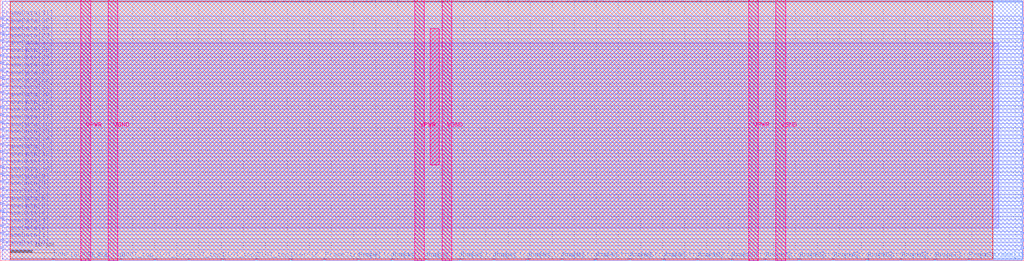
<source format=lef>
VERSION 5.7 ;
  NOWIREEXTENSIONATPIN ON ;
  DIVIDERCHAR "/" ;
  BUSBITCHARS "[]" ;
MACRO S_WARMBOOT
  CLASS BLOCK ;
  FOREIGN S_WARMBOOT ;
  ORIGIN 0.000 0.000 ;
  SIZE 231.840 BY 59.220 ;
  PIN BOOT_top
    DIRECTION OUTPUT ;
    USE SIGNAL ;
    ANTENNADIFFAREA 0.654800 ;
    PORT
      LAYER Metal3 ;
        RECT 27.160 0.000 27.560 0.400 ;
    END
  END BOOT_top
  PIN CONFIGURED_top
    DIRECTION INPUT ;
    USE SIGNAL ;
    ANTENNAGATEAREA 0.180700 ;
    PORT
      LAYER Metal3 ;
        RECT 11.800 0.000 12.200 0.400 ;
    END
  END CONFIGURED_top
  PIN Co
    DIRECTION OUTPUT ;
    USE SIGNAL ;
    ANTENNADIFFAREA 0.299200 ;
    PORT
      LAYER Metal3 ;
        RECT 104.920 58.820 105.320 59.220 ;
    END
  END Co
  PIN FrameData[0]
    DIRECTION INPUT ;
    USE SIGNAL ;
    ANTENNAGATEAREA 2.614300 ;
    ANTENNADIFFAREA 8.061600 ;
    PORT
      LAYER Metal2 ;
        RECT 0.000 2.740 0.450 3.140 ;
    END
  END FrameData[0]
  PIN FrameData[10]
    DIRECTION INPUT ;
    USE SIGNAL ;
    ANTENNAGATEAREA 6.264700 ;
    ANTENNADIFFAREA 20.153999 ;
    PORT
      LAYER Metal2 ;
        RECT 0.000 19.540 0.450 19.940 ;
    END
  END FrameData[10]
  PIN FrameData[11]
    DIRECTION INPUT ;
    USE SIGNAL ;
    ANTENNAGATEAREA 6.264700 ;
    ANTENNADIFFAREA 20.153999 ;
    PORT
      LAYER Metal2 ;
        RECT 0.000 21.220 0.450 21.620 ;
    END
  END FrameData[11]
  PIN FrameData[12]
    DIRECTION INPUT ;
    USE SIGNAL ;
    ANTENNAGATEAREA 1.397500 ;
    ANTENNADIFFAREA 4.030800 ;
    PORT
      LAYER Metal2 ;
        RECT 0.000 22.900 0.450 23.300 ;
    END
  END FrameData[12]
  PIN FrameData[13]
    DIRECTION INPUT ;
    USE SIGNAL ;
    ANTENNAGATEAREA 0.180700 ;
    PORT
      LAYER Metal2 ;
        RECT 0.000 24.580 0.450 24.980 ;
    END
  END FrameData[13]
  PIN FrameData[14]
    DIRECTION INPUT ;
    USE SIGNAL ;
    ANTENNAGATEAREA 0.180700 ;
    PORT
      LAYER Metal2 ;
        RECT 0.000 26.260 0.450 26.660 ;
    END
  END FrameData[14]
  PIN FrameData[15]
    DIRECTION INPUT ;
    USE SIGNAL ;
    ANTENNAGATEAREA 0.180700 ;
    PORT
      LAYER Metal2 ;
        RECT 0.000 27.940 0.450 28.340 ;
    END
  END FrameData[15]
  PIN FrameData[16]
    DIRECTION INPUT ;
    USE SIGNAL ;
    ANTENNAGATEAREA 0.180700 ;
    PORT
      LAYER Metal2 ;
        RECT 0.000 29.620 0.450 30.020 ;
    END
  END FrameData[16]
  PIN FrameData[17]
    DIRECTION INPUT ;
    USE SIGNAL ;
    ANTENNAGATEAREA 0.180700 ;
    PORT
      LAYER Metal2 ;
        RECT 0.000 31.300 0.450 31.700 ;
    END
  END FrameData[17]
  PIN FrameData[18]
    DIRECTION INPUT ;
    USE SIGNAL ;
    ANTENNAGATEAREA 0.180700 ;
    PORT
      LAYER Metal2 ;
        RECT 0.000 32.980 0.450 33.380 ;
    END
  END FrameData[18]
  PIN FrameData[19]
    DIRECTION INPUT ;
    USE SIGNAL ;
    ANTENNAGATEAREA 0.180700 ;
    PORT
      LAYER Metal2 ;
        RECT 0.000 34.660 0.450 35.060 ;
    END
  END FrameData[19]
  PIN FrameData[1]
    DIRECTION INPUT ;
    USE SIGNAL ;
    ANTENNAGATEAREA 0.180700 ;
    PORT
      LAYER Metal2 ;
        RECT 0.000 4.420 0.450 4.820 ;
    END
  END FrameData[1]
  PIN FrameData[20]
    DIRECTION INPUT ;
    USE SIGNAL ;
    ANTENNAGATEAREA 0.180700 ;
    PORT
      LAYER Metal2 ;
        RECT 0.000 36.340 0.450 36.740 ;
    END
  END FrameData[20]
  PIN FrameData[21]
    DIRECTION INPUT ;
    USE SIGNAL ;
    ANTENNAGATEAREA 0.180700 ;
    PORT
      LAYER Metal2 ;
        RECT 0.000 38.020 0.450 38.420 ;
    END
  END FrameData[21]
  PIN FrameData[22]
    DIRECTION INPUT ;
    USE SIGNAL ;
    ANTENNAGATEAREA 0.180700 ;
    PORT
      LAYER Metal2 ;
        RECT 0.000 39.700 0.450 40.100 ;
    END
  END FrameData[22]
  PIN FrameData[23]
    DIRECTION INPUT ;
    USE SIGNAL ;
    ANTENNAGATEAREA 0.180700 ;
    PORT
      LAYER Metal2 ;
        RECT 0.000 41.380 0.450 41.780 ;
    END
  END FrameData[23]
  PIN FrameData[24]
    DIRECTION INPUT ;
    USE SIGNAL ;
    ANTENNAGATEAREA 0.180700 ;
    PORT
      LAYER Metal2 ;
        RECT 0.000 43.060 0.450 43.460 ;
    END
  END FrameData[24]
  PIN FrameData[25]
    DIRECTION INPUT ;
    USE SIGNAL ;
    ANTENNAGATEAREA 0.180700 ;
    PORT
      LAYER Metal2 ;
        RECT 0.000 44.740 0.450 45.140 ;
    END
  END FrameData[25]
  PIN FrameData[26]
    DIRECTION INPUT ;
    USE SIGNAL ;
    ANTENNAGATEAREA 0.180700 ;
    PORT
      LAYER Metal2 ;
        RECT 0.000 46.420 0.450 46.820 ;
    END
  END FrameData[26]
  PIN FrameData[27]
    DIRECTION INPUT ;
    USE SIGNAL ;
    ANTENNAGATEAREA 0.180700 ;
    PORT
      LAYER Metal2 ;
        RECT 0.000 48.100 0.450 48.500 ;
    END
  END FrameData[27]
  PIN FrameData[28]
    DIRECTION INPUT ;
    USE SIGNAL ;
    ANTENNAGATEAREA 0.180700 ;
    PORT
      LAYER Metal2 ;
        RECT 0.000 49.780 0.450 50.180 ;
    END
  END FrameData[28]
  PIN FrameData[29]
    DIRECTION INPUT ;
    USE SIGNAL ;
    ANTENNAGATEAREA 0.180700 ;
    PORT
      LAYER Metal2 ;
        RECT 0.000 51.460 0.450 51.860 ;
    END
  END FrameData[29]
  PIN FrameData[2]
    DIRECTION INPUT ;
    USE SIGNAL ;
    ANTENNAGATEAREA 0.789100 ;
    ANTENNADIFFAREA 2.015400 ;
    PORT
      LAYER Metal2 ;
        RECT 0.000 6.100 0.450 6.500 ;
    END
  END FrameData[2]
  PIN FrameData[30]
    DIRECTION INPUT ;
    USE SIGNAL ;
    ANTENNAGATEAREA 0.180700 ;
    PORT
      LAYER Metal2 ;
        RECT 0.000 53.140 0.450 53.540 ;
    END
  END FrameData[30]
  PIN FrameData[31]
    DIRECTION INPUT ;
    USE SIGNAL ;
    ANTENNAGATEAREA 0.180700 ;
    PORT
      LAYER Metal2 ;
        RECT 0.000 54.820 0.450 55.220 ;
    END
  END FrameData[31]
  PIN FrameData[3]
    DIRECTION INPUT ;
    USE SIGNAL ;
    ANTENNAGATEAREA 0.789100 ;
    ANTENNADIFFAREA 2.015400 ;
    PORT
      LAYER Metal2 ;
        RECT 0.000 7.780 0.450 8.180 ;
    END
  END FrameData[3]
  PIN FrameData[4]
    DIRECTION INPUT ;
    USE SIGNAL ;
    ANTENNAGATEAREA 2.614300 ;
    ANTENNADIFFAREA 8.061600 ;
    PORT
      LAYER Metal2 ;
        RECT 0.000 9.460 0.450 9.860 ;
    END
  END FrameData[4]
  PIN FrameData[5]
    DIRECTION INPUT ;
    USE SIGNAL ;
    ANTENNAGATEAREA 0.789100 ;
    ANTENNADIFFAREA 2.015400 ;
    PORT
      LAYER Metal2 ;
        RECT 0.000 11.140 0.450 11.540 ;
    END
  END FrameData[5]
  PIN FrameData[6]
    DIRECTION INPUT ;
    USE SIGNAL ;
    ANTENNAGATEAREA 5.047900 ;
    ANTENNADIFFAREA 16.123199 ;
    PORT
      LAYER Metal2 ;
        RECT 0.000 12.820 0.450 13.220 ;
    END
  END FrameData[6]
  PIN FrameData[7]
    DIRECTION INPUT ;
    USE SIGNAL ;
    ANTENNAGATEAREA 1.397500 ;
    ANTENNADIFFAREA 4.030800 ;
    PORT
      LAYER Metal2 ;
        RECT 0.000 14.500 0.450 14.900 ;
    END
  END FrameData[7]
  PIN FrameData[8]
    DIRECTION INPUT ;
    USE SIGNAL ;
    ANTENNAGATEAREA 0.180700 ;
    PORT
      LAYER Metal2 ;
        RECT 0.000 16.180 0.450 16.580 ;
    END
  END FrameData[8]
  PIN FrameData[9]
    DIRECTION INPUT ;
    USE SIGNAL ;
    ANTENNAGATEAREA 1.397500 ;
    ANTENNADIFFAREA 4.030800 ;
    PORT
      LAYER Metal2 ;
        RECT 0.000 17.860 0.450 18.260 ;
    END
  END FrameData[9]
  PIN FrameData_O[0]
    DIRECTION OUTPUT ;
    USE SIGNAL ;
    ANTENNADIFFAREA 0.654800 ;
    PORT
      LAYER Metal2 ;
        RECT 231.390 2.740 231.840 3.140 ;
    END
  END FrameData_O[0]
  PIN FrameData_O[10]
    DIRECTION OUTPUT ;
    USE SIGNAL ;
    ANTENNADIFFAREA 0.654800 ;
    PORT
      LAYER Metal2 ;
        RECT 231.390 19.540 231.840 19.940 ;
    END
  END FrameData_O[10]
  PIN FrameData_O[11]
    DIRECTION OUTPUT ;
    USE SIGNAL ;
    ANTENNADIFFAREA 0.654800 ;
    PORT
      LAYER Metal2 ;
        RECT 231.390 21.220 231.840 21.620 ;
    END
  END FrameData_O[11]
  PIN FrameData_O[12]
    DIRECTION OUTPUT ;
    USE SIGNAL ;
    ANTENNADIFFAREA 0.654800 ;
    PORT
      LAYER Metal2 ;
        RECT 231.390 22.900 231.840 23.300 ;
    END
  END FrameData_O[12]
  PIN FrameData_O[13]
    DIRECTION OUTPUT ;
    USE SIGNAL ;
    ANTENNADIFFAREA 0.654800 ;
    PORT
      LAYER Metal2 ;
        RECT 231.390 24.580 231.840 24.980 ;
    END
  END FrameData_O[13]
  PIN FrameData_O[14]
    DIRECTION OUTPUT ;
    USE SIGNAL ;
    ANTENNADIFFAREA 0.654800 ;
    PORT
      LAYER Metal2 ;
        RECT 231.390 26.260 231.840 26.660 ;
    END
  END FrameData_O[14]
  PIN FrameData_O[15]
    DIRECTION OUTPUT ;
    USE SIGNAL ;
    ANTENNADIFFAREA 0.654800 ;
    PORT
      LAYER Metal2 ;
        RECT 231.390 27.940 231.840 28.340 ;
    END
  END FrameData_O[15]
  PIN FrameData_O[16]
    DIRECTION OUTPUT ;
    USE SIGNAL ;
    ANTENNADIFFAREA 0.654800 ;
    PORT
      LAYER Metal2 ;
        RECT 231.390 29.620 231.840 30.020 ;
    END
  END FrameData_O[16]
  PIN FrameData_O[17]
    DIRECTION OUTPUT ;
    USE SIGNAL ;
    ANTENNADIFFAREA 0.654800 ;
    PORT
      LAYER Metal2 ;
        RECT 231.390 31.300 231.840 31.700 ;
    END
  END FrameData_O[17]
  PIN FrameData_O[18]
    DIRECTION OUTPUT ;
    USE SIGNAL ;
    ANTENNADIFFAREA 0.654800 ;
    PORT
      LAYER Metal2 ;
        RECT 231.390 32.980 231.840 33.380 ;
    END
  END FrameData_O[18]
  PIN FrameData_O[19]
    DIRECTION OUTPUT ;
    USE SIGNAL ;
    ANTENNADIFFAREA 0.654800 ;
    PORT
      LAYER Metal2 ;
        RECT 231.390 34.660 231.840 35.060 ;
    END
  END FrameData_O[19]
  PIN FrameData_O[1]
    DIRECTION OUTPUT ;
    USE SIGNAL ;
    ANTENNADIFFAREA 0.654800 ;
    PORT
      LAYER Metal2 ;
        RECT 231.390 4.420 231.840 4.820 ;
    END
  END FrameData_O[1]
  PIN FrameData_O[20]
    DIRECTION OUTPUT ;
    USE SIGNAL ;
    ANTENNADIFFAREA 0.654800 ;
    PORT
      LAYER Metal2 ;
        RECT 231.390 36.340 231.840 36.740 ;
    END
  END FrameData_O[20]
  PIN FrameData_O[21]
    DIRECTION OUTPUT ;
    USE SIGNAL ;
    ANTENNADIFFAREA 0.654800 ;
    PORT
      LAYER Metal2 ;
        RECT 231.390 38.020 231.840 38.420 ;
    END
  END FrameData_O[21]
  PIN FrameData_O[22]
    DIRECTION OUTPUT ;
    USE SIGNAL ;
    ANTENNADIFFAREA 0.654800 ;
    PORT
      LAYER Metal2 ;
        RECT 231.390 39.700 231.840 40.100 ;
    END
  END FrameData_O[22]
  PIN FrameData_O[23]
    DIRECTION OUTPUT ;
    USE SIGNAL ;
    ANTENNADIFFAREA 0.654800 ;
    PORT
      LAYER Metal2 ;
        RECT 231.390 41.380 231.840 41.780 ;
    END
  END FrameData_O[23]
  PIN FrameData_O[24]
    DIRECTION OUTPUT ;
    USE SIGNAL ;
    ANTENNADIFFAREA 0.654800 ;
    PORT
      LAYER Metal2 ;
        RECT 231.390 43.060 231.840 43.460 ;
    END
  END FrameData_O[24]
  PIN FrameData_O[25]
    DIRECTION OUTPUT ;
    USE SIGNAL ;
    ANTENNADIFFAREA 0.654800 ;
    PORT
      LAYER Metal2 ;
        RECT 231.390 44.740 231.840 45.140 ;
    END
  END FrameData_O[25]
  PIN FrameData_O[26]
    DIRECTION OUTPUT ;
    USE SIGNAL ;
    ANTENNADIFFAREA 0.654800 ;
    PORT
      LAYER Metal2 ;
        RECT 231.390 46.420 231.840 46.820 ;
    END
  END FrameData_O[26]
  PIN FrameData_O[27]
    DIRECTION OUTPUT ;
    USE SIGNAL ;
    ANTENNADIFFAREA 0.654800 ;
    PORT
      LAYER Metal2 ;
        RECT 231.390 48.100 231.840 48.500 ;
    END
  END FrameData_O[27]
  PIN FrameData_O[28]
    DIRECTION OUTPUT ;
    USE SIGNAL ;
    ANTENNADIFFAREA 0.654800 ;
    PORT
      LAYER Metal2 ;
        RECT 231.390 49.780 231.840 50.180 ;
    END
  END FrameData_O[28]
  PIN FrameData_O[29]
    DIRECTION OUTPUT ;
    USE SIGNAL ;
    ANTENNADIFFAREA 0.654800 ;
    PORT
      LAYER Metal2 ;
        RECT 231.390 51.460 231.840 51.860 ;
    END
  END FrameData_O[29]
  PIN FrameData_O[2]
    DIRECTION OUTPUT ;
    USE SIGNAL ;
    ANTENNADIFFAREA 0.654800 ;
    PORT
      LAYER Metal2 ;
        RECT 231.390 6.100 231.840 6.500 ;
    END
  END FrameData_O[2]
  PIN FrameData_O[30]
    DIRECTION OUTPUT ;
    USE SIGNAL ;
    ANTENNADIFFAREA 0.654800 ;
    PORT
      LAYER Metal2 ;
        RECT 231.390 53.140 231.840 53.540 ;
    END
  END FrameData_O[30]
  PIN FrameData_O[31]
    DIRECTION OUTPUT ;
    USE SIGNAL ;
    ANTENNADIFFAREA 0.654800 ;
    PORT
      LAYER Metal2 ;
        RECT 231.390 54.820 231.840 55.220 ;
    END
  END FrameData_O[31]
  PIN FrameData_O[3]
    DIRECTION OUTPUT ;
    USE SIGNAL ;
    ANTENNADIFFAREA 0.654800 ;
    PORT
      LAYER Metal2 ;
        RECT 231.390 7.780 231.840 8.180 ;
    END
  END FrameData_O[3]
  PIN FrameData_O[4]
    DIRECTION OUTPUT ;
    USE SIGNAL ;
    ANTENNADIFFAREA 0.654800 ;
    PORT
      LAYER Metal2 ;
        RECT 231.390 9.460 231.840 9.860 ;
    END
  END FrameData_O[4]
  PIN FrameData_O[5]
    DIRECTION OUTPUT ;
    USE SIGNAL ;
    ANTENNADIFFAREA 0.654800 ;
    PORT
      LAYER Metal2 ;
        RECT 231.390 11.140 231.840 11.540 ;
    END
  END FrameData_O[5]
  PIN FrameData_O[6]
    DIRECTION OUTPUT ;
    USE SIGNAL ;
    ANTENNADIFFAREA 0.654800 ;
    PORT
      LAYER Metal2 ;
        RECT 231.390 12.820 231.840 13.220 ;
    END
  END FrameData_O[6]
  PIN FrameData_O[7]
    DIRECTION OUTPUT ;
    USE SIGNAL ;
    ANTENNADIFFAREA 0.654800 ;
    PORT
      LAYER Metal2 ;
        RECT 231.390 14.500 231.840 14.900 ;
    END
  END FrameData_O[7]
  PIN FrameData_O[8]
    DIRECTION OUTPUT ;
    USE SIGNAL ;
    ANTENNADIFFAREA 0.654800 ;
    PORT
      LAYER Metal2 ;
        RECT 231.390 16.180 231.840 16.580 ;
    END
  END FrameData_O[8]
  PIN FrameData_O[9]
    DIRECTION OUTPUT ;
    USE SIGNAL ;
    ANTENNADIFFAREA 0.654800 ;
    PORT
      LAYER Metal2 ;
        RECT 231.390 17.860 231.840 18.260 ;
    END
  END FrameData_O[9]
  PIN FrameStrobe[0]
    DIRECTION INPUT ;
    USE SIGNAL ;
    ANTENNAGATEAREA 0.180700 ;
    PORT
      LAYER Metal3 ;
        RECT 73.240 0.000 73.640 0.400 ;
    END
  END FrameStrobe[0]
  PIN FrameStrobe[10]
    DIRECTION INPUT ;
    USE SIGNAL ;
    ANTENNAGATEAREA 0.180700 ;
    PORT
      LAYER Metal3 ;
        RECT 150.040 0.000 150.440 0.400 ;
    END
  END FrameStrobe[10]
  PIN FrameStrobe[11]
    DIRECTION INPUT ;
    USE SIGNAL ;
    ANTENNAGATEAREA 0.180700 ;
    PORT
      LAYER Metal3 ;
        RECT 157.720 0.000 158.120 0.400 ;
    END
  END FrameStrobe[11]
  PIN FrameStrobe[12]
    DIRECTION INPUT ;
    USE SIGNAL ;
    ANTENNAGATEAREA 0.180700 ;
    PORT
      LAYER Metal3 ;
        RECT 165.400 0.000 165.800 0.400 ;
    END
  END FrameStrobe[12]
  PIN FrameStrobe[13]
    DIRECTION INPUT ;
    USE SIGNAL ;
    ANTENNAGATEAREA 0.180700 ;
    PORT
      LAYER Metal3 ;
        RECT 173.080 0.000 173.480 0.400 ;
    END
  END FrameStrobe[13]
  PIN FrameStrobe[14]
    DIRECTION INPUT ;
    USE SIGNAL ;
    ANTENNAGATEAREA 0.180700 ;
    PORT
      LAYER Metal3 ;
        RECT 180.760 0.000 181.160 0.400 ;
    END
  END FrameStrobe[14]
  PIN FrameStrobe[15]
    DIRECTION INPUT ;
    USE SIGNAL ;
    ANTENNAGATEAREA 0.180700 ;
    PORT
      LAYER Metal3 ;
        RECT 188.440 0.000 188.840 0.400 ;
    END
  END FrameStrobe[15]
  PIN FrameStrobe[16]
    DIRECTION INPUT ;
    USE SIGNAL ;
    ANTENNAGATEAREA 0.180700 ;
    PORT
      LAYER Metal3 ;
        RECT 196.120 0.000 196.520 0.400 ;
    END
  END FrameStrobe[16]
  PIN FrameStrobe[17]
    DIRECTION INPUT ;
    USE SIGNAL ;
    ANTENNAGATEAREA 0.180700 ;
    PORT
      LAYER Metal3 ;
        RECT 203.800 0.000 204.200 0.400 ;
    END
  END FrameStrobe[17]
  PIN FrameStrobe[18]
    DIRECTION INPUT ;
    USE SIGNAL ;
    ANTENNAGATEAREA 0.180700 ;
    PORT
      LAYER Metal3 ;
        RECT 211.480 0.000 211.880 0.400 ;
    END
  END FrameStrobe[18]
  PIN FrameStrobe[19]
    DIRECTION INPUT ;
    USE SIGNAL ;
    ANTENNAGATEAREA 0.180700 ;
    PORT
      LAYER Metal3 ;
        RECT 219.160 0.000 219.560 0.400 ;
    END
  END FrameStrobe[19]
  PIN FrameStrobe[1]
    DIRECTION INPUT ;
    USE SIGNAL ;
    ANTENNAGATEAREA 0.180700 ;
    PORT
      LAYER Metal3 ;
        RECT 80.920 0.000 81.320 0.400 ;
    END
  END FrameStrobe[1]
  PIN FrameStrobe[2]
    DIRECTION INPUT ;
    USE SIGNAL ;
    ANTENNAGATEAREA 0.180700 ;
    PORT
      LAYER Metal3 ;
        RECT 88.600 0.000 89.000 0.400 ;
    END
  END FrameStrobe[2]
  PIN FrameStrobe[3]
    DIRECTION INPUT ;
    USE SIGNAL ;
    ANTENNAGATEAREA 0.180700 ;
    PORT
      LAYER Metal3 ;
        RECT 96.280 0.000 96.680 0.400 ;
    END
  END FrameStrobe[3]
  PIN FrameStrobe[4]
    DIRECTION INPUT ;
    USE SIGNAL ;
    ANTENNAGATEAREA 0.180700 ;
    PORT
      LAYER Metal3 ;
        RECT 103.960 0.000 104.360 0.400 ;
    END
  END FrameStrobe[4]
  PIN FrameStrobe[5]
    DIRECTION INPUT ;
    USE SIGNAL ;
    ANTENNAGATEAREA 0.180700 ;
    PORT
      LAYER Metal3 ;
        RECT 111.640 0.000 112.040 0.400 ;
    END
  END FrameStrobe[5]
  PIN FrameStrobe[6]
    DIRECTION INPUT ;
    USE SIGNAL ;
    ANTENNAGATEAREA 0.180700 ;
    PORT
      LAYER Metal3 ;
        RECT 119.320 0.000 119.720 0.400 ;
    END
  END FrameStrobe[6]
  PIN FrameStrobe[7]
    DIRECTION INPUT ;
    USE SIGNAL ;
    ANTENNAGATEAREA 0.180700 ;
    PORT
      LAYER Metal3 ;
        RECT 127.000 0.000 127.400 0.400 ;
    END
  END FrameStrobe[7]
  PIN FrameStrobe[8]
    DIRECTION INPUT ;
    USE SIGNAL ;
    ANTENNAGATEAREA 0.180700 ;
    PORT
      LAYER Metal3 ;
        RECT 134.680 0.000 135.080 0.400 ;
    END
  END FrameStrobe[8]
  PIN FrameStrobe[9]
    DIRECTION INPUT ;
    USE SIGNAL ;
    ANTENNAGATEAREA 0.180700 ;
    PORT
      LAYER Metal3 ;
        RECT 142.360 0.000 142.760 0.400 ;
    END
  END FrameStrobe[9]
  PIN FrameStrobe_O[0]
    DIRECTION OUTPUT ;
    USE SIGNAL ;
    ANTENNADIFFAREA 0.654800 ;
    PORT
      LAYER Metal3 ;
        RECT 156.760 58.820 157.160 59.220 ;
    END
  END FrameStrobe_O[0]
  PIN FrameStrobe_O[10]
    DIRECTION OUTPUT ;
    USE SIGNAL ;
    ANTENNADIFFAREA 0.654800 ;
    PORT
      LAYER Metal3 ;
        RECT 166.360 58.820 166.760 59.220 ;
    END
  END FrameStrobe_O[10]
  PIN FrameStrobe_O[11]
    DIRECTION OUTPUT ;
    USE SIGNAL ;
    ANTENNADIFFAREA 0.654800 ;
    PORT
      LAYER Metal3 ;
        RECT 167.320 58.820 167.720 59.220 ;
    END
  END FrameStrobe_O[11]
  PIN FrameStrobe_O[12]
    DIRECTION OUTPUT ;
    USE SIGNAL ;
    ANTENNADIFFAREA 0.654800 ;
    PORT
      LAYER Metal3 ;
        RECT 168.280 58.820 168.680 59.220 ;
    END
  END FrameStrobe_O[12]
  PIN FrameStrobe_O[13]
    DIRECTION OUTPUT ;
    USE SIGNAL ;
    ANTENNADIFFAREA 0.654800 ;
    PORT
      LAYER Metal3 ;
        RECT 169.240 58.820 169.640 59.220 ;
    END
  END FrameStrobe_O[13]
  PIN FrameStrobe_O[14]
    DIRECTION OUTPUT ;
    USE SIGNAL ;
    ANTENNADIFFAREA 0.654800 ;
    PORT
      LAYER Metal3 ;
        RECT 170.200 58.820 170.600 59.220 ;
    END
  END FrameStrobe_O[14]
  PIN FrameStrobe_O[15]
    DIRECTION OUTPUT ;
    USE SIGNAL ;
    ANTENNADIFFAREA 0.654800 ;
    PORT
      LAYER Metal3 ;
        RECT 171.160 58.820 171.560 59.220 ;
    END
  END FrameStrobe_O[15]
  PIN FrameStrobe_O[16]
    DIRECTION OUTPUT ;
    USE SIGNAL ;
    ANTENNADIFFAREA 0.654800 ;
    PORT
      LAYER Metal3 ;
        RECT 172.120 58.820 172.520 59.220 ;
    END
  END FrameStrobe_O[16]
  PIN FrameStrobe_O[17]
    DIRECTION OUTPUT ;
    USE SIGNAL ;
    ANTENNADIFFAREA 0.654800 ;
    PORT
      LAYER Metal3 ;
        RECT 173.080 58.820 173.480 59.220 ;
    END
  END FrameStrobe_O[17]
  PIN FrameStrobe_O[18]
    DIRECTION OUTPUT ;
    USE SIGNAL ;
    ANTENNADIFFAREA 0.654800 ;
    PORT
      LAYER Metal3 ;
        RECT 174.040 58.820 174.440 59.220 ;
    END
  END FrameStrobe_O[18]
  PIN FrameStrobe_O[19]
    DIRECTION OUTPUT ;
    USE SIGNAL ;
    ANTENNADIFFAREA 0.654800 ;
    PORT
      LAYER Metal3 ;
        RECT 175.000 58.820 175.400 59.220 ;
    END
  END FrameStrobe_O[19]
  PIN FrameStrobe_O[1]
    DIRECTION OUTPUT ;
    USE SIGNAL ;
    ANTENNADIFFAREA 0.654800 ;
    PORT
      LAYER Metal3 ;
        RECT 157.720 58.820 158.120 59.220 ;
    END
  END FrameStrobe_O[1]
  PIN FrameStrobe_O[2]
    DIRECTION OUTPUT ;
    USE SIGNAL ;
    ANTENNADIFFAREA 0.654800 ;
    PORT
      LAYER Metal3 ;
        RECT 158.680 58.820 159.080 59.220 ;
    END
  END FrameStrobe_O[2]
  PIN FrameStrobe_O[3]
    DIRECTION OUTPUT ;
    USE SIGNAL ;
    ANTENNADIFFAREA 0.654800 ;
    PORT
      LAYER Metal3 ;
        RECT 159.640 58.820 160.040 59.220 ;
    END
  END FrameStrobe_O[3]
  PIN FrameStrobe_O[4]
    DIRECTION OUTPUT ;
    USE SIGNAL ;
    ANTENNADIFFAREA 0.654800 ;
    PORT
      LAYER Metal3 ;
        RECT 160.600 58.820 161.000 59.220 ;
    END
  END FrameStrobe_O[4]
  PIN FrameStrobe_O[5]
    DIRECTION OUTPUT ;
    USE SIGNAL ;
    ANTENNADIFFAREA 0.654800 ;
    PORT
      LAYER Metal3 ;
        RECT 161.560 58.820 161.960 59.220 ;
    END
  END FrameStrobe_O[5]
  PIN FrameStrobe_O[6]
    DIRECTION OUTPUT ;
    USE SIGNAL ;
    ANTENNADIFFAREA 0.654800 ;
    PORT
      LAYER Metal3 ;
        RECT 162.520 58.820 162.920 59.220 ;
    END
  END FrameStrobe_O[6]
  PIN FrameStrobe_O[7]
    DIRECTION OUTPUT ;
    USE SIGNAL ;
    ANTENNADIFFAREA 0.654800 ;
    PORT
      LAYER Metal3 ;
        RECT 163.480 58.820 163.880 59.220 ;
    END
  END FrameStrobe_O[7]
  PIN FrameStrobe_O[8]
    DIRECTION OUTPUT ;
    USE SIGNAL ;
    ANTENNADIFFAREA 0.654800 ;
    PORT
      LAYER Metal3 ;
        RECT 164.440 58.820 164.840 59.220 ;
    END
  END FrameStrobe_O[8]
  PIN FrameStrobe_O[9]
    DIRECTION OUTPUT ;
    USE SIGNAL ;
    ANTENNADIFFAREA 0.654800 ;
    PORT
      LAYER Metal3 ;
        RECT 165.400 58.820 165.800 59.220 ;
    END
  END FrameStrobe_O[9]
  PIN N1BEG[0]
    DIRECTION OUTPUT ;
    USE SIGNAL ;
    ANTENNADIFFAREA 0.654800 ;
    PORT
      LAYER Metal3 ;
        RECT 55.000 58.820 55.400 59.220 ;
    END
  END N1BEG[0]
  PIN N1BEG[1]
    DIRECTION OUTPUT ;
    USE SIGNAL ;
    ANTENNADIFFAREA 0.654800 ;
    PORT
      LAYER Metal3 ;
        RECT 55.960 58.820 56.360 59.220 ;
    END
  END N1BEG[1]
  PIN N1BEG[2]
    DIRECTION OUTPUT ;
    USE SIGNAL ;
    ANTENNADIFFAREA 0.654800 ;
    PORT
      LAYER Metal3 ;
        RECT 56.920 58.820 57.320 59.220 ;
    END
  END N1BEG[2]
  PIN N1BEG[3]
    DIRECTION OUTPUT ;
    USE SIGNAL ;
    ANTENNADIFFAREA 0.654800 ;
    PORT
      LAYER Metal3 ;
        RECT 57.880 58.820 58.280 59.220 ;
    END
  END N1BEG[3]
  PIN N2BEG[0]
    DIRECTION OUTPUT ;
    USE SIGNAL ;
    ANTENNADIFFAREA 0.654800 ;
    PORT
      LAYER Metal3 ;
        RECT 58.840 58.820 59.240 59.220 ;
    END
  END N2BEG[0]
  PIN N2BEG[1]
    DIRECTION OUTPUT ;
    USE SIGNAL ;
    ANTENNADIFFAREA 0.654800 ;
    PORT
      LAYER Metal3 ;
        RECT 59.800 58.820 60.200 59.220 ;
    END
  END N2BEG[1]
  PIN N2BEG[2]
    DIRECTION OUTPUT ;
    USE SIGNAL ;
    ANTENNADIFFAREA 0.654800 ;
    PORT
      LAYER Metal3 ;
        RECT 60.760 58.820 61.160 59.220 ;
    END
  END N2BEG[2]
  PIN N2BEG[3]
    DIRECTION OUTPUT ;
    USE SIGNAL ;
    ANTENNADIFFAREA 0.654800 ;
    PORT
      LAYER Metal3 ;
        RECT 61.720 58.820 62.120 59.220 ;
    END
  END N2BEG[3]
  PIN N2BEG[4]
    DIRECTION OUTPUT ;
    USE SIGNAL ;
    ANTENNADIFFAREA 0.654800 ;
    PORT
      LAYER Metal3 ;
        RECT 62.680 58.820 63.080 59.220 ;
    END
  END N2BEG[4]
  PIN N2BEG[5]
    DIRECTION OUTPUT ;
    USE SIGNAL ;
    ANTENNADIFFAREA 0.654800 ;
    PORT
      LAYER Metal3 ;
        RECT 63.640 58.820 64.040 59.220 ;
    END
  END N2BEG[5]
  PIN N2BEG[6]
    DIRECTION OUTPUT ;
    USE SIGNAL ;
    ANTENNADIFFAREA 0.654800 ;
    PORT
      LAYER Metal3 ;
        RECT 64.600 58.820 65.000 59.220 ;
    END
  END N2BEG[6]
  PIN N2BEG[7]
    DIRECTION OUTPUT ;
    USE SIGNAL ;
    ANTENNADIFFAREA 0.654800 ;
    PORT
      LAYER Metal3 ;
        RECT 65.560 58.820 65.960 59.220 ;
    END
  END N2BEG[7]
  PIN N2BEGb[0]
    DIRECTION OUTPUT ;
    USE SIGNAL ;
    ANTENNADIFFAREA 0.654800 ;
    PORT
      LAYER Metal3 ;
        RECT 66.520 58.820 66.920 59.220 ;
    END
  END N2BEGb[0]
  PIN N2BEGb[1]
    DIRECTION OUTPUT ;
    USE SIGNAL ;
    ANTENNADIFFAREA 0.654800 ;
    PORT
      LAYER Metal3 ;
        RECT 67.480 58.820 67.880 59.220 ;
    END
  END N2BEGb[1]
  PIN N2BEGb[2]
    DIRECTION OUTPUT ;
    USE SIGNAL ;
    ANTENNADIFFAREA 0.654800 ;
    PORT
      LAYER Metal3 ;
        RECT 68.440 58.820 68.840 59.220 ;
    END
  END N2BEGb[2]
  PIN N2BEGb[3]
    DIRECTION OUTPUT ;
    USE SIGNAL ;
    ANTENNADIFFAREA 0.654800 ;
    PORT
      LAYER Metal3 ;
        RECT 69.400 58.820 69.800 59.220 ;
    END
  END N2BEGb[3]
  PIN N2BEGb[4]
    DIRECTION OUTPUT ;
    USE SIGNAL ;
    ANTENNADIFFAREA 0.654800 ;
    PORT
      LAYER Metal3 ;
        RECT 70.360 58.820 70.760 59.220 ;
    END
  END N2BEGb[4]
  PIN N2BEGb[5]
    DIRECTION OUTPUT ;
    USE SIGNAL ;
    ANTENNADIFFAREA 0.654800 ;
    PORT
      LAYER Metal3 ;
        RECT 71.320 58.820 71.720 59.220 ;
    END
  END N2BEGb[5]
  PIN N2BEGb[6]
    DIRECTION OUTPUT ;
    USE SIGNAL ;
    ANTENNADIFFAREA 0.654800 ;
    PORT
      LAYER Metal3 ;
        RECT 72.280 58.820 72.680 59.220 ;
    END
  END N2BEGb[6]
  PIN N2BEGb[7]
    DIRECTION OUTPUT ;
    USE SIGNAL ;
    ANTENNADIFFAREA 0.654800 ;
    PORT
      LAYER Metal3 ;
        RECT 73.240 58.820 73.640 59.220 ;
    END
  END N2BEGb[7]
  PIN N4BEG[0]
    DIRECTION OUTPUT ;
    USE SIGNAL ;
    ANTENNADIFFAREA 0.654800 ;
    PORT
      LAYER Metal3 ;
        RECT 74.200 58.820 74.600 59.220 ;
    END
  END N4BEG[0]
  PIN N4BEG[10]
    DIRECTION OUTPUT ;
    USE SIGNAL ;
    ANTENNADIFFAREA 0.654800 ;
    PORT
      LAYER Metal3 ;
        RECT 83.800 58.820 84.200 59.220 ;
    END
  END N4BEG[10]
  PIN N4BEG[11]
    DIRECTION OUTPUT ;
    USE SIGNAL ;
    ANTENNADIFFAREA 0.654800 ;
    PORT
      LAYER Metal3 ;
        RECT 84.760 58.820 85.160 59.220 ;
    END
  END N4BEG[11]
  PIN N4BEG[12]
    DIRECTION OUTPUT ;
    USE SIGNAL ;
    ANTENNADIFFAREA 0.654800 ;
    PORT
      LAYER Metal3 ;
        RECT 85.720 58.820 86.120 59.220 ;
    END
  END N4BEG[12]
  PIN N4BEG[13]
    DIRECTION OUTPUT ;
    USE SIGNAL ;
    ANTENNADIFFAREA 0.654800 ;
    PORT
      LAYER Metal3 ;
        RECT 86.680 58.820 87.080 59.220 ;
    END
  END N4BEG[13]
  PIN N4BEG[14]
    DIRECTION OUTPUT ;
    USE SIGNAL ;
    ANTENNADIFFAREA 0.654800 ;
    PORT
      LAYER Metal3 ;
        RECT 87.640 58.820 88.040 59.220 ;
    END
  END N4BEG[14]
  PIN N4BEG[15]
    DIRECTION OUTPUT ;
    USE SIGNAL ;
    ANTENNADIFFAREA 0.654800 ;
    PORT
      LAYER Metal3 ;
        RECT 88.600 58.820 89.000 59.220 ;
    END
  END N4BEG[15]
  PIN N4BEG[1]
    DIRECTION OUTPUT ;
    USE SIGNAL ;
    ANTENNADIFFAREA 0.654800 ;
    PORT
      LAYER Metal3 ;
        RECT 75.160 58.820 75.560 59.220 ;
    END
  END N4BEG[1]
  PIN N4BEG[2]
    DIRECTION OUTPUT ;
    USE SIGNAL ;
    ANTENNADIFFAREA 0.654800 ;
    PORT
      LAYER Metal3 ;
        RECT 76.120 58.820 76.520 59.220 ;
    END
  END N4BEG[2]
  PIN N4BEG[3]
    DIRECTION OUTPUT ;
    USE SIGNAL ;
    ANTENNADIFFAREA 0.654800 ;
    PORT
      LAYER Metal3 ;
        RECT 77.080 58.820 77.480 59.220 ;
    END
  END N4BEG[3]
  PIN N4BEG[4]
    DIRECTION OUTPUT ;
    USE SIGNAL ;
    ANTENNADIFFAREA 0.654800 ;
    PORT
      LAYER Metal3 ;
        RECT 78.040 58.820 78.440 59.220 ;
    END
  END N4BEG[4]
  PIN N4BEG[5]
    DIRECTION OUTPUT ;
    USE SIGNAL ;
    ANTENNADIFFAREA 0.654800 ;
    PORT
      LAYER Metal3 ;
        RECT 79.000 58.820 79.400 59.220 ;
    END
  END N4BEG[5]
  PIN N4BEG[6]
    DIRECTION OUTPUT ;
    USE SIGNAL ;
    ANTENNADIFFAREA 0.654800 ;
    PORT
      LAYER Metal3 ;
        RECT 79.960 58.820 80.360 59.220 ;
    END
  END N4BEG[6]
  PIN N4BEG[7]
    DIRECTION OUTPUT ;
    USE SIGNAL ;
    ANTENNADIFFAREA 0.654800 ;
    PORT
      LAYER Metal3 ;
        RECT 80.920 58.820 81.320 59.220 ;
    END
  END N4BEG[7]
  PIN N4BEG[8]
    DIRECTION OUTPUT ;
    USE SIGNAL ;
    ANTENNADIFFAREA 0.654800 ;
    PORT
      LAYER Metal3 ;
        RECT 81.880 58.820 82.280 59.220 ;
    END
  END N4BEG[8]
  PIN N4BEG[9]
    DIRECTION OUTPUT ;
    USE SIGNAL ;
    ANTENNADIFFAREA 0.654800 ;
    PORT
      LAYER Metal3 ;
        RECT 82.840 58.820 83.240 59.220 ;
    END
  END N4BEG[9]
  PIN NN4BEG[0]
    DIRECTION OUTPUT ;
    USE SIGNAL ;
    ANTENNADIFFAREA 0.654800 ;
    PORT
      LAYER Metal3 ;
        RECT 89.560 58.820 89.960 59.220 ;
    END
  END NN4BEG[0]
  PIN NN4BEG[10]
    DIRECTION OUTPUT ;
    USE SIGNAL ;
    ANTENNADIFFAREA 0.654800 ;
    PORT
      LAYER Metal3 ;
        RECT 99.160 58.820 99.560 59.220 ;
    END
  END NN4BEG[10]
  PIN NN4BEG[11]
    DIRECTION OUTPUT ;
    USE SIGNAL ;
    ANTENNADIFFAREA 0.654800 ;
    PORT
      LAYER Metal3 ;
        RECT 100.120 58.820 100.520 59.220 ;
    END
  END NN4BEG[11]
  PIN NN4BEG[12]
    DIRECTION OUTPUT ;
    USE SIGNAL ;
    ANTENNADIFFAREA 0.654800 ;
    PORT
      LAYER Metal3 ;
        RECT 101.080 58.820 101.480 59.220 ;
    END
  END NN4BEG[12]
  PIN NN4BEG[13]
    DIRECTION OUTPUT ;
    USE SIGNAL ;
    ANTENNADIFFAREA 0.654800 ;
    PORT
      LAYER Metal3 ;
        RECT 102.040 58.820 102.440 59.220 ;
    END
  END NN4BEG[13]
  PIN NN4BEG[14]
    DIRECTION OUTPUT ;
    USE SIGNAL ;
    ANTENNADIFFAREA 0.654800 ;
    PORT
      LAYER Metal3 ;
        RECT 103.000 58.820 103.400 59.220 ;
    END
  END NN4BEG[14]
  PIN NN4BEG[15]
    DIRECTION OUTPUT ;
    USE SIGNAL ;
    ANTENNADIFFAREA 0.654800 ;
    PORT
      LAYER Metal3 ;
        RECT 103.960 58.820 104.360 59.220 ;
    END
  END NN4BEG[15]
  PIN NN4BEG[1]
    DIRECTION OUTPUT ;
    USE SIGNAL ;
    ANTENNADIFFAREA 0.654800 ;
    PORT
      LAYER Metal3 ;
        RECT 90.520 58.820 90.920 59.220 ;
    END
  END NN4BEG[1]
  PIN NN4BEG[2]
    DIRECTION OUTPUT ;
    USE SIGNAL ;
    ANTENNADIFFAREA 0.654800 ;
    PORT
      LAYER Metal3 ;
        RECT 91.480 58.820 91.880 59.220 ;
    END
  END NN4BEG[2]
  PIN NN4BEG[3]
    DIRECTION OUTPUT ;
    USE SIGNAL ;
    ANTENNADIFFAREA 0.654800 ;
    PORT
      LAYER Metal3 ;
        RECT 92.440 58.820 92.840 59.220 ;
    END
  END NN4BEG[3]
  PIN NN4BEG[4]
    DIRECTION OUTPUT ;
    USE SIGNAL ;
    ANTENNADIFFAREA 0.654800 ;
    PORT
      LAYER Metal3 ;
        RECT 93.400 58.820 93.800 59.220 ;
    END
  END NN4BEG[4]
  PIN NN4BEG[5]
    DIRECTION OUTPUT ;
    USE SIGNAL ;
    ANTENNADIFFAREA 0.654800 ;
    PORT
      LAYER Metal3 ;
        RECT 94.360 58.820 94.760 59.220 ;
    END
  END NN4BEG[5]
  PIN NN4BEG[6]
    DIRECTION OUTPUT ;
    USE SIGNAL ;
    ANTENNADIFFAREA 0.654800 ;
    PORT
      LAYER Metal3 ;
        RECT 95.320 58.820 95.720 59.220 ;
    END
  END NN4BEG[6]
  PIN NN4BEG[7]
    DIRECTION OUTPUT ;
    USE SIGNAL ;
    ANTENNADIFFAREA 0.654800 ;
    PORT
      LAYER Metal3 ;
        RECT 96.280 58.820 96.680 59.220 ;
    END
  END NN4BEG[7]
  PIN NN4BEG[8]
    DIRECTION OUTPUT ;
    USE SIGNAL ;
    ANTENNADIFFAREA 0.654800 ;
    PORT
      LAYER Metal3 ;
        RECT 97.240 58.820 97.640 59.220 ;
    END
  END NN4BEG[8]
  PIN NN4BEG[9]
    DIRECTION OUTPUT ;
    USE SIGNAL ;
    ANTENNADIFFAREA 0.654800 ;
    PORT
      LAYER Metal3 ;
        RECT 98.200 58.820 98.600 59.220 ;
    END
  END NN4BEG[9]
  PIN RESET_top
    DIRECTION INPUT ;
    USE SIGNAL ;
    ANTENNAGATEAREA 0.180700 ;
    PORT
      LAYER Metal3 ;
        RECT 19.480 0.000 19.880 0.400 ;
    END
  END RESET_top
  PIN S1END[0]
    DIRECTION INPUT ;
    USE SIGNAL ;
    ANTENNAGATEAREA 0.180700 ;
    PORT
      LAYER Metal3 ;
        RECT 105.880 58.820 106.280 59.220 ;
    END
  END S1END[0]
  PIN S1END[1]
    DIRECTION INPUT ;
    USE SIGNAL ;
    ANTENNAGATEAREA 0.180700 ;
    PORT
      LAYER Metal3 ;
        RECT 106.840 58.820 107.240 59.220 ;
    END
  END S1END[1]
  PIN S1END[2]
    DIRECTION INPUT ;
    USE SIGNAL ;
    ANTENNAGATEAREA 0.180700 ;
    PORT
      LAYER Metal3 ;
        RECT 107.800 58.820 108.200 59.220 ;
    END
  END S1END[2]
  PIN S1END[3]
    DIRECTION INPUT ;
    USE SIGNAL ;
    ANTENNAGATEAREA 0.180700 ;
    PORT
      LAYER Metal3 ;
        RECT 108.760 58.820 109.160 59.220 ;
    END
  END S1END[3]
  PIN S2END[0]
    DIRECTION INPUT ;
    USE SIGNAL ;
    ANTENNAGATEAREA 0.180700 ;
    PORT
      LAYER Metal3 ;
        RECT 117.400 58.820 117.800 59.220 ;
    END
  END S2END[0]
  PIN S2END[1]
    DIRECTION INPUT ;
    USE SIGNAL ;
    ANTENNAGATEAREA 0.180700 ;
    PORT
      LAYER Metal3 ;
        RECT 118.360 58.820 118.760 59.220 ;
    END
  END S2END[1]
  PIN S2END[2]
    DIRECTION INPUT ;
    USE SIGNAL ;
    ANTENNAGATEAREA 0.180700 ;
    PORT
      LAYER Metal3 ;
        RECT 119.320 58.820 119.720 59.220 ;
    END
  END S2END[2]
  PIN S2END[3]
    DIRECTION INPUT ;
    USE SIGNAL ;
    ANTENNAGATEAREA 0.180700 ;
    PORT
      LAYER Metal3 ;
        RECT 120.280 58.820 120.680 59.220 ;
    END
  END S2END[3]
  PIN S2END[4]
    DIRECTION INPUT ;
    USE SIGNAL ;
    ANTENNAGATEAREA 0.180700 ;
    PORT
      LAYER Metal3 ;
        RECT 121.240 58.820 121.640 59.220 ;
    END
  END S2END[4]
  PIN S2END[5]
    DIRECTION INPUT ;
    USE SIGNAL ;
    ANTENNAGATEAREA 0.180700 ;
    PORT
      LAYER Metal3 ;
        RECT 122.200 58.820 122.600 59.220 ;
    END
  END S2END[5]
  PIN S2END[6]
    DIRECTION INPUT ;
    USE SIGNAL ;
    ANTENNAGATEAREA 0.180700 ;
    PORT
      LAYER Metal3 ;
        RECT 123.160 58.820 123.560 59.220 ;
    END
  END S2END[6]
  PIN S2END[7]
    DIRECTION INPUT ;
    USE SIGNAL ;
    ANTENNAGATEAREA 0.180700 ;
    PORT
      LAYER Metal3 ;
        RECT 124.120 58.820 124.520 59.220 ;
    END
  END S2END[7]
  PIN S2MID[0]
    DIRECTION INPUT ;
    USE SIGNAL ;
    ANTENNAGATEAREA 0.180700 ;
    PORT
      LAYER Metal3 ;
        RECT 109.720 58.820 110.120 59.220 ;
    END
  END S2MID[0]
  PIN S2MID[1]
    DIRECTION INPUT ;
    USE SIGNAL ;
    ANTENNAGATEAREA 0.180700 ;
    PORT
      LAYER Metal3 ;
        RECT 110.680 58.820 111.080 59.220 ;
    END
  END S2MID[1]
  PIN S2MID[2]
    DIRECTION INPUT ;
    USE SIGNAL ;
    ANTENNAGATEAREA 0.180700 ;
    PORT
      LAYER Metal3 ;
        RECT 111.640 58.820 112.040 59.220 ;
    END
  END S2MID[2]
  PIN S2MID[3]
    DIRECTION INPUT ;
    USE SIGNAL ;
    ANTENNAGATEAREA 0.180700 ;
    PORT
      LAYER Metal3 ;
        RECT 112.600 58.820 113.000 59.220 ;
    END
  END S2MID[3]
  PIN S2MID[4]
    DIRECTION INPUT ;
    USE SIGNAL ;
    ANTENNAGATEAREA 0.180700 ;
    PORT
      LAYER Metal3 ;
        RECT 113.560 58.820 113.960 59.220 ;
    END
  END S2MID[4]
  PIN S2MID[5]
    DIRECTION INPUT ;
    USE SIGNAL ;
    ANTENNAGATEAREA 0.180700 ;
    PORT
      LAYER Metal3 ;
        RECT 114.520 58.820 114.920 59.220 ;
    END
  END S2MID[5]
  PIN S2MID[6]
    DIRECTION INPUT ;
    USE SIGNAL ;
    ANTENNAGATEAREA 0.180700 ;
    PORT
      LAYER Metal3 ;
        RECT 115.480 58.820 115.880 59.220 ;
    END
  END S2MID[6]
  PIN S2MID[7]
    DIRECTION INPUT ;
    USE SIGNAL ;
    ANTENNAGATEAREA 0.180700 ;
    PORT
      LAYER Metal3 ;
        RECT 116.440 58.820 116.840 59.220 ;
    END
  END S2MID[7]
  PIN S4END[0]
    DIRECTION INPUT ;
    USE SIGNAL ;
    ANTENNAGATEAREA 0.180700 ;
    PORT
      LAYER Metal3 ;
        RECT 125.080 58.820 125.480 59.220 ;
    END
  END S4END[0]
  PIN S4END[10]
    DIRECTION INPUT ;
    USE SIGNAL ;
    ANTENNAGATEAREA 0.180700 ;
    PORT
      LAYER Metal3 ;
        RECT 134.680 58.820 135.080 59.220 ;
    END
  END S4END[10]
  PIN S4END[11]
    DIRECTION INPUT ;
    USE SIGNAL ;
    ANTENNAGATEAREA 0.180700 ;
    PORT
      LAYER Metal3 ;
        RECT 135.640 58.820 136.040 59.220 ;
    END
  END S4END[11]
  PIN S4END[12]
    DIRECTION INPUT ;
    USE SIGNAL ;
    ANTENNAGATEAREA 0.180700 ;
    PORT
      LAYER Metal3 ;
        RECT 136.600 58.820 137.000 59.220 ;
    END
  END S4END[12]
  PIN S4END[13]
    DIRECTION INPUT ;
    USE SIGNAL ;
    ANTENNAGATEAREA 0.180700 ;
    PORT
      LAYER Metal3 ;
        RECT 137.560 58.820 137.960 59.220 ;
    END
  END S4END[13]
  PIN S4END[14]
    DIRECTION INPUT ;
    USE SIGNAL ;
    ANTENNAGATEAREA 0.180700 ;
    PORT
      LAYER Metal3 ;
        RECT 138.520 58.820 138.920 59.220 ;
    END
  END S4END[14]
  PIN S4END[15]
    DIRECTION INPUT ;
    USE SIGNAL ;
    ANTENNAGATEAREA 0.180700 ;
    PORT
      LAYER Metal3 ;
        RECT 139.480 58.820 139.880 59.220 ;
    END
  END S4END[15]
  PIN S4END[1]
    DIRECTION INPUT ;
    USE SIGNAL ;
    ANTENNAGATEAREA 0.180700 ;
    PORT
      LAYER Metal3 ;
        RECT 126.040 58.820 126.440 59.220 ;
    END
  END S4END[1]
  PIN S4END[2]
    DIRECTION INPUT ;
    USE SIGNAL ;
    ANTENNAGATEAREA 0.180700 ;
    PORT
      LAYER Metal3 ;
        RECT 127.000 58.820 127.400 59.220 ;
    END
  END S4END[2]
  PIN S4END[3]
    DIRECTION INPUT ;
    USE SIGNAL ;
    ANTENNAGATEAREA 0.180700 ;
    PORT
      LAYER Metal3 ;
        RECT 127.960 58.820 128.360 59.220 ;
    END
  END S4END[3]
  PIN S4END[4]
    DIRECTION INPUT ;
    USE SIGNAL ;
    ANTENNAGATEAREA 0.180700 ;
    PORT
      LAYER Metal3 ;
        RECT 128.920 58.820 129.320 59.220 ;
    END
  END S4END[4]
  PIN S4END[5]
    DIRECTION INPUT ;
    USE SIGNAL ;
    ANTENNAGATEAREA 0.180700 ;
    PORT
      LAYER Metal3 ;
        RECT 129.880 58.820 130.280 59.220 ;
    END
  END S4END[5]
  PIN S4END[6]
    DIRECTION INPUT ;
    USE SIGNAL ;
    ANTENNAGATEAREA 0.180700 ;
    PORT
      LAYER Metal3 ;
        RECT 130.840 58.820 131.240 59.220 ;
    END
  END S4END[6]
  PIN S4END[7]
    DIRECTION INPUT ;
    USE SIGNAL ;
    ANTENNAGATEAREA 0.180700 ;
    PORT
      LAYER Metal3 ;
        RECT 131.800 58.820 132.200 59.220 ;
    END
  END S4END[7]
  PIN S4END[8]
    DIRECTION INPUT ;
    USE SIGNAL ;
    ANTENNAGATEAREA 0.180700 ;
    PORT
      LAYER Metal3 ;
        RECT 132.760 58.820 133.160 59.220 ;
    END
  END S4END[8]
  PIN S4END[9]
    DIRECTION INPUT ;
    USE SIGNAL ;
    ANTENNAGATEAREA 0.180700 ;
    PORT
      LAYER Metal3 ;
        RECT 133.720 58.820 134.120 59.220 ;
    END
  END S4END[9]
  PIN SLOT_top0
    DIRECTION OUTPUT ;
    USE SIGNAL ;
    ANTENNADIFFAREA 0.654800 ;
    PORT
      LAYER Metal3 ;
        RECT 34.840 0.000 35.240 0.400 ;
    END
  END SLOT_top0
  PIN SLOT_top1
    DIRECTION OUTPUT ;
    USE SIGNAL ;
    ANTENNADIFFAREA 0.654800 ;
    PORT
      LAYER Metal3 ;
        RECT 42.520 0.000 42.920 0.400 ;
    END
  END SLOT_top1
  PIN SLOT_top2
    DIRECTION OUTPUT ;
    USE SIGNAL ;
    ANTENNADIFFAREA 0.654800 ;
    PORT
      LAYER Metal3 ;
        RECT 50.200 0.000 50.600 0.400 ;
    END
  END SLOT_top2
  PIN SLOT_top3
    DIRECTION OUTPUT ;
    USE SIGNAL ;
    ANTENNADIFFAREA 0.654800 ;
    PORT
      LAYER Metal3 ;
        RECT 57.880 0.000 58.280 0.400 ;
    END
  END SLOT_top3
  PIN SS4END[0]
    DIRECTION INPUT ;
    USE SIGNAL ;
    ANTENNAGATEAREA 0.180700 ;
    PORT
      LAYER Metal3 ;
        RECT 140.440 58.820 140.840 59.220 ;
    END
  END SS4END[0]
  PIN SS4END[10]
    DIRECTION INPUT ;
    USE SIGNAL ;
    ANTENNAGATEAREA 0.180700 ;
    PORT
      LAYER Metal3 ;
        RECT 150.040 58.820 150.440 59.220 ;
    END
  END SS4END[10]
  PIN SS4END[11]
    DIRECTION INPUT ;
    USE SIGNAL ;
    ANTENNAGATEAREA 0.180700 ;
    PORT
      LAYER Metal3 ;
        RECT 151.000 58.820 151.400 59.220 ;
    END
  END SS4END[11]
  PIN SS4END[12]
    DIRECTION INPUT ;
    USE SIGNAL ;
    ANTENNAGATEAREA 0.180700 ;
    PORT
      LAYER Metal3 ;
        RECT 151.960 58.820 152.360 59.220 ;
    END
  END SS4END[12]
  PIN SS4END[13]
    DIRECTION INPUT ;
    USE SIGNAL ;
    ANTENNAGATEAREA 0.180700 ;
    PORT
      LAYER Metal3 ;
        RECT 152.920 58.820 153.320 59.220 ;
    END
  END SS4END[13]
  PIN SS4END[14]
    DIRECTION INPUT ;
    USE SIGNAL ;
    ANTENNAGATEAREA 0.180700 ;
    PORT
      LAYER Metal3 ;
        RECT 153.880 58.820 154.280 59.220 ;
    END
  END SS4END[14]
  PIN SS4END[15]
    DIRECTION INPUT ;
    USE SIGNAL ;
    ANTENNAGATEAREA 0.180700 ;
    PORT
      LAYER Metal3 ;
        RECT 154.840 58.820 155.240 59.220 ;
    END
  END SS4END[15]
  PIN SS4END[1]
    DIRECTION INPUT ;
    USE SIGNAL ;
    ANTENNAGATEAREA 0.180700 ;
    PORT
      LAYER Metal3 ;
        RECT 141.400 58.820 141.800 59.220 ;
    END
  END SS4END[1]
  PIN SS4END[2]
    DIRECTION INPUT ;
    USE SIGNAL ;
    ANTENNAGATEAREA 0.180700 ;
    PORT
      LAYER Metal3 ;
        RECT 142.360 58.820 142.760 59.220 ;
    END
  END SS4END[2]
  PIN SS4END[3]
    DIRECTION INPUT ;
    USE SIGNAL ;
    ANTENNAGATEAREA 0.180700 ;
    PORT
      LAYER Metal3 ;
        RECT 143.320 58.820 143.720 59.220 ;
    END
  END SS4END[3]
  PIN SS4END[4]
    DIRECTION INPUT ;
    USE SIGNAL ;
    ANTENNAGATEAREA 0.180700 ;
    PORT
      LAYER Metal3 ;
        RECT 144.280 58.820 144.680 59.220 ;
    END
  END SS4END[4]
  PIN SS4END[5]
    DIRECTION INPUT ;
    USE SIGNAL ;
    ANTENNAGATEAREA 0.180700 ;
    PORT
      LAYER Metal3 ;
        RECT 145.240 58.820 145.640 59.220 ;
    END
  END SS4END[5]
  PIN SS4END[6]
    DIRECTION INPUT ;
    USE SIGNAL ;
    ANTENNAGATEAREA 0.180700 ;
    PORT
      LAYER Metal3 ;
        RECT 146.200 58.820 146.600 59.220 ;
    END
  END SS4END[6]
  PIN SS4END[7]
    DIRECTION INPUT ;
    USE SIGNAL ;
    ANTENNAGATEAREA 0.180700 ;
    PORT
      LAYER Metal3 ;
        RECT 147.160 58.820 147.560 59.220 ;
    END
  END SS4END[7]
  PIN SS4END[8]
    DIRECTION INPUT ;
    USE SIGNAL ;
    ANTENNAGATEAREA 0.180700 ;
    PORT
      LAYER Metal3 ;
        RECT 148.120 58.820 148.520 59.220 ;
    END
  END SS4END[8]
  PIN SS4END[9]
    DIRECTION INPUT ;
    USE SIGNAL ;
    ANTENNAGATEAREA 0.180700 ;
    PORT
      LAYER Metal3 ;
        RECT 149.080 58.820 149.480 59.220 ;
    END
  END SS4END[9]
  PIN UserCLK
    DIRECTION INPUT ;
    USE SIGNAL ;
    ANTENNAGATEAREA 0.180700 ;
    PORT
      LAYER Metal3 ;
        RECT 65.560 0.000 65.960 0.400 ;
    END
  END UserCLK
  PIN UserCLKo
    DIRECTION OUTPUT ;
    USE SIGNAL ;
    ANTENNADIFFAREA 0.654800 ;
    PORT
      LAYER Metal3 ;
        RECT 155.800 58.820 156.200 59.220 ;
    END
  END UserCLKo
  PIN VGND
    DIRECTION INOUT ;
    USE GROUND ;
    PORT
      LAYER Metal5 ;
        RECT 24.460 0.000 26.660 59.220 ;
    END
    PORT
      LAYER Metal5 ;
        RECT 100.060 0.000 102.260 59.220 ;
    END
    PORT
      LAYER Metal5 ;
        RECT 175.660 0.000 177.860 59.220 ;
    END
  END VGND
  PIN VPWR
    DIRECTION INOUT ;
    USE POWER ;
    PORT
      LAYER Metal5 ;
        RECT 18.260 0.000 20.460 59.220 ;
    END
    PORT
      LAYER Metal5 ;
        RECT 93.860 0.000 96.060 59.220 ;
    END
    PORT
      LAYER Metal5 ;
        RECT 169.460 0.000 171.660 59.220 ;
    END
  END VPWR
  OBS
      LAYER GatPoly ;
        RECT 5.760 7.410 226.080 49.290 ;
      LAYER Metal1 ;
        RECT 5.760 7.340 226.080 49.360 ;
      LAYER Metal2 ;
        RECT 0.450 55.430 231.505 58.900 ;
        RECT 0.660 54.610 231.180 55.430 ;
        RECT 0.450 53.750 231.505 54.610 ;
        RECT 0.660 52.930 231.180 53.750 ;
        RECT 0.450 52.070 231.505 52.930 ;
        RECT 0.660 51.250 231.180 52.070 ;
        RECT 0.450 50.390 231.505 51.250 ;
        RECT 0.660 49.570 231.180 50.390 ;
        RECT 0.450 48.710 231.505 49.570 ;
        RECT 0.660 47.890 231.180 48.710 ;
        RECT 0.450 47.030 231.505 47.890 ;
        RECT 0.660 46.210 231.180 47.030 ;
        RECT 0.450 45.350 231.505 46.210 ;
        RECT 0.660 44.530 231.180 45.350 ;
        RECT 0.450 43.670 231.505 44.530 ;
        RECT 0.660 42.850 231.180 43.670 ;
        RECT 0.450 41.990 231.505 42.850 ;
        RECT 0.660 41.170 231.180 41.990 ;
        RECT 0.450 40.310 231.505 41.170 ;
        RECT 0.660 39.490 231.180 40.310 ;
        RECT 0.450 38.630 231.505 39.490 ;
        RECT 0.660 37.810 231.180 38.630 ;
        RECT 0.450 36.950 231.505 37.810 ;
        RECT 0.660 36.130 231.180 36.950 ;
        RECT 0.450 35.270 231.505 36.130 ;
        RECT 0.660 34.450 231.180 35.270 ;
        RECT 0.450 33.590 231.505 34.450 ;
        RECT 0.660 32.770 231.180 33.590 ;
        RECT 0.450 31.910 231.505 32.770 ;
        RECT 0.660 31.090 231.180 31.910 ;
        RECT 0.450 30.230 231.505 31.090 ;
        RECT 0.660 29.410 231.180 30.230 ;
        RECT 0.450 28.550 231.505 29.410 ;
        RECT 0.660 27.730 231.180 28.550 ;
        RECT 0.450 26.870 231.505 27.730 ;
        RECT 0.660 26.050 231.180 26.870 ;
        RECT 0.450 25.190 231.505 26.050 ;
        RECT 0.660 24.370 231.180 25.190 ;
        RECT 0.450 23.510 231.505 24.370 ;
        RECT 0.660 22.690 231.180 23.510 ;
        RECT 0.450 21.830 231.505 22.690 ;
        RECT 0.660 21.010 231.180 21.830 ;
        RECT 0.450 20.150 231.505 21.010 ;
        RECT 0.660 19.330 231.180 20.150 ;
        RECT 0.450 18.470 231.505 19.330 ;
        RECT 0.660 17.650 231.180 18.470 ;
        RECT 0.450 16.790 231.505 17.650 ;
        RECT 0.660 15.970 231.180 16.790 ;
        RECT 0.450 15.110 231.505 15.970 ;
        RECT 0.660 14.290 231.180 15.110 ;
        RECT 0.450 13.430 231.505 14.290 ;
        RECT 0.660 12.610 231.180 13.430 ;
        RECT 0.450 11.750 231.505 12.610 ;
        RECT 0.660 10.930 231.180 11.750 ;
        RECT 0.450 10.070 231.505 10.930 ;
        RECT 0.660 9.250 231.180 10.070 ;
        RECT 0.450 8.390 231.505 9.250 ;
        RECT 0.660 7.570 231.180 8.390 ;
        RECT 0.450 6.710 231.505 7.570 ;
        RECT 0.660 5.890 231.180 6.710 ;
        RECT 0.450 5.030 231.505 5.890 ;
        RECT 0.660 4.210 231.180 5.030 ;
        RECT 0.450 3.350 231.505 4.210 ;
        RECT 0.660 2.530 231.180 3.350 ;
        RECT 0.450 0.320 231.505 2.530 ;
      LAYER Metal3 ;
        RECT 2.300 58.610 54.790 58.945 ;
        RECT 55.610 58.610 55.750 58.945 ;
        RECT 56.570 58.610 56.710 58.945 ;
        RECT 57.530 58.610 57.670 58.945 ;
        RECT 58.490 58.610 58.630 58.945 ;
        RECT 59.450 58.610 59.590 58.945 ;
        RECT 60.410 58.610 60.550 58.945 ;
        RECT 61.370 58.610 61.510 58.945 ;
        RECT 62.330 58.610 62.470 58.945 ;
        RECT 63.290 58.610 63.430 58.945 ;
        RECT 64.250 58.610 64.390 58.945 ;
        RECT 65.210 58.610 65.350 58.945 ;
        RECT 66.170 58.610 66.310 58.945 ;
        RECT 67.130 58.610 67.270 58.945 ;
        RECT 68.090 58.610 68.230 58.945 ;
        RECT 69.050 58.610 69.190 58.945 ;
        RECT 70.010 58.610 70.150 58.945 ;
        RECT 70.970 58.610 71.110 58.945 ;
        RECT 71.930 58.610 72.070 58.945 ;
        RECT 72.890 58.610 73.030 58.945 ;
        RECT 73.850 58.610 73.990 58.945 ;
        RECT 74.810 58.610 74.950 58.945 ;
        RECT 75.770 58.610 75.910 58.945 ;
        RECT 76.730 58.610 76.870 58.945 ;
        RECT 77.690 58.610 77.830 58.945 ;
        RECT 78.650 58.610 78.790 58.945 ;
        RECT 79.610 58.610 79.750 58.945 ;
        RECT 80.570 58.610 80.710 58.945 ;
        RECT 81.530 58.610 81.670 58.945 ;
        RECT 82.490 58.610 82.630 58.945 ;
        RECT 83.450 58.610 83.590 58.945 ;
        RECT 84.410 58.610 84.550 58.945 ;
        RECT 85.370 58.610 85.510 58.945 ;
        RECT 86.330 58.610 86.470 58.945 ;
        RECT 87.290 58.610 87.430 58.945 ;
        RECT 88.250 58.610 88.390 58.945 ;
        RECT 89.210 58.610 89.350 58.945 ;
        RECT 90.170 58.610 90.310 58.945 ;
        RECT 91.130 58.610 91.270 58.945 ;
        RECT 92.090 58.610 92.230 58.945 ;
        RECT 93.050 58.610 93.190 58.945 ;
        RECT 94.010 58.610 94.150 58.945 ;
        RECT 94.970 58.610 95.110 58.945 ;
        RECT 95.930 58.610 96.070 58.945 ;
        RECT 96.890 58.610 97.030 58.945 ;
        RECT 97.850 58.610 97.990 58.945 ;
        RECT 98.810 58.610 98.950 58.945 ;
        RECT 99.770 58.610 99.910 58.945 ;
        RECT 100.730 58.610 100.870 58.945 ;
        RECT 101.690 58.610 101.830 58.945 ;
        RECT 102.650 58.610 102.790 58.945 ;
        RECT 103.610 58.610 103.750 58.945 ;
        RECT 104.570 58.610 104.710 58.945 ;
        RECT 105.530 58.610 105.670 58.945 ;
        RECT 106.490 58.610 106.630 58.945 ;
        RECT 107.450 58.610 107.590 58.945 ;
        RECT 108.410 58.610 108.550 58.945 ;
        RECT 109.370 58.610 109.510 58.945 ;
        RECT 110.330 58.610 110.470 58.945 ;
        RECT 111.290 58.610 111.430 58.945 ;
        RECT 112.250 58.610 112.390 58.945 ;
        RECT 113.210 58.610 113.350 58.945 ;
        RECT 114.170 58.610 114.310 58.945 ;
        RECT 115.130 58.610 115.270 58.945 ;
        RECT 116.090 58.610 116.230 58.945 ;
        RECT 117.050 58.610 117.190 58.945 ;
        RECT 118.010 58.610 118.150 58.945 ;
        RECT 118.970 58.610 119.110 58.945 ;
        RECT 119.930 58.610 120.070 58.945 ;
        RECT 120.890 58.610 121.030 58.945 ;
        RECT 121.850 58.610 121.990 58.945 ;
        RECT 122.810 58.610 122.950 58.945 ;
        RECT 123.770 58.610 123.910 58.945 ;
        RECT 124.730 58.610 124.870 58.945 ;
        RECT 125.690 58.610 125.830 58.945 ;
        RECT 126.650 58.610 126.790 58.945 ;
        RECT 127.610 58.610 127.750 58.945 ;
        RECT 128.570 58.610 128.710 58.945 ;
        RECT 129.530 58.610 129.670 58.945 ;
        RECT 130.490 58.610 130.630 58.945 ;
        RECT 131.450 58.610 131.590 58.945 ;
        RECT 132.410 58.610 132.550 58.945 ;
        RECT 133.370 58.610 133.510 58.945 ;
        RECT 134.330 58.610 134.470 58.945 ;
        RECT 135.290 58.610 135.430 58.945 ;
        RECT 136.250 58.610 136.390 58.945 ;
        RECT 137.210 58.610 137.350 58.945 ;
        RECT 138.170 58.610 138.310 58.945 ;
        RECT 139.130 58.610 139.270 58.945 ;
        RECT 140.090 58.610 140.230 58.945 ;
        RECT 141.050 58.610 141.190 58.945 ;
        RECT 142.010 58.610 142.150 58.945 ;
        RECT 142.970 58.610 143.110 58.945 ;
        RECT 143.930 58.610 144.070 58.945 ;
        RECT 144.890 58.610 145.030 58.945 ;
        RECT 145.850 58.610 145.990 58.945 ;
        RECT 146.810 58.610 146.950 58.945 ;
        RECT 147.770 58.610 147.910 58.945 ;
        RECT 148.730 58.610 148.870 58.945 ;
        RECT 149.690 58.610 149.830 58.945 ;
        RECT 150.650 58.610 150.790 58.945 ;
        RECT 151.610 58.610 151.750 58.945 ;
        RECT 152.570 58.610 152.710 58.945 ;
        RECT 153.530 58.610 153.670 58.945 ;
        RECT 154.490 58.610 154.630 58.945 ;
        RECT 155.450 58.610 155.590 58.945 ;
        RECT 156.410 58.610 156.550 58.945 ;
        RECT 157.370 58.610 157.510 58.945 ;
        RECT 158.330 58.610 158.470 58.945 ;
        RECT 159.290 58.610 159.430 58.945 ;
        RECT 160.250 58.610 160.390 58.945 ;
        RECT 161.210 58.610 161.350 58.945 ;
        RECT 162.170 58.610 162.310 58.945 ;
        RECT 163.130 58.610 163.270 58.945 ;
        RECT 164.090 58.610 164.230 58.945 ;
        RECT 165.050 58.610 165.190 58.945 ;
        RECT 166.010 58.610 166.150 58.945 ;
        RECT 166.970 58.610 167.110 58.945 ;
        RECT 167.930 58.610 168.070 58.945 ;
        RECT 168.890 58.610 169.030 58.945 ;
        RECT 169.850 58.610 169.990 58.945 ;
        RECT 170.810 58.610 170.950 58.945 ;
        RECT 171.770 58.610 171.910 58.945 ;
        RECT 172.730 58.610 172.870 58.945 ;
        RECT 173.690 58.610 173.830 58.945 ;
        RECT 174.650 58.610 174.790 58.945 ;
        RECT 175.610 58.610 231.460 58.945 ;
        RECT 2.300 0.610 231.460 58.610 ;
        RECT 2.300 0.100 11.590 0.610 ;
        RECT 12.410 0.100 19.270 0.610 ;
        RECT 20.090 0.100 26.950 0.610 ;
        RECT 27.770 0.100 34.630 0.610 ;
        RECT 35.450 0.100 42.310 0.610 ;
        RECT 43.130 0.100 49.990 0.610 ;
        RECT 50.810 0.100 57.670 0.610 ;
        RECT 58.490 0.100 65.350 0.610 ;
        RECT 66.170 0.100 73.030 0.610 ;
        RECT 73.850 0.100 80.710 0.610 ;
        RECT 81.530 0.100 88.390 0.610 ;
        RECT 89.210 0.100 96.070 0.610 ;
        RECT 96.890 0.100 103.750 0.610 ;
        RECT 104.570 0.100 111.430 0.610 ;
        RECT 112.250 0.100 119.110 0.610 ;
        RECT 119.930 0.100 126.790 0.610 ;
        RECT 127.610 0.100 134.470 0.610 ;
        RECT 135.290 0.100 142.150 0.610 ;
        RECT 142.970 0.100 149.830 0.610 ;
        RECT 150.650 0.100 157.510 0.610 ;
        RECT 158.330 0.100 165.190 0.610 ;
        RECT 166.010 0.100 172.870 0.610 ;
        RECT 173.690 0.100 180.550 0.610 ;
        RECT 181.370 0.100 188.230 0.610 ;
        RECT 189.050 0.100 195.910 0.610 ;
        RECT 196.730 0.100 203.590 0.610 ;
        RECT 204.410 0.100 211.270 0.610 ;
        RECT 212.090 0.100 218.950 0.610 ;
        RECT 219.770 0.100 231.460 0.610 ;
      LAYER Metal4 ;
        RECT 2.255 0.320 224.785 58.900 ;
      LAYER Metal5 ;
        RECT 97.340 21.695 99.460 52.645 ;
  END
END S_WARMBOOT
END LIBRARY


</source>
